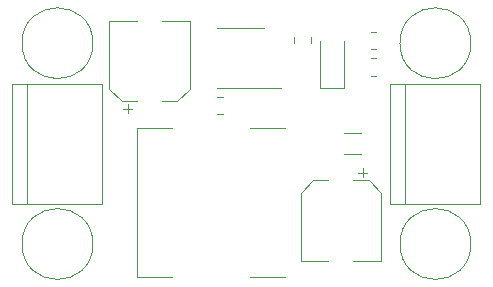
<source format=gto>
%TF.GenerationSoftware,KiCad,Pcbnew,(6.0.7)*%
%TF.CreationDate,2022-10-09T14:23:20+03:00*%
%TF.ProjectId,mc34063-step-down,6d633334-3036-4332-9d73-7465702d646f,rev?*%
%TF.SameCoordinates,Original*%
%TF.FileFunction,Legend,Top*%
%TF.FilePolarity,Positive*%
%FSLAX46Y46*%
G04 Gerber Fmt 4.6, Leading zero omitted, Abs format (unit mm)*
G04 Created by KiCad (PCBNEW (6.0.7)) date 2022-10-09 14:23:20*
%MOMM*%
%LPD*%
G01*
G04 APERTURE LIST*
%ADD10C,0.120000*%
G04 APERTURE END LIST*
D10*
%TO.C,J5*%
X110500000Y-66000000D02*
G75*
G03*
X110500000Y-66000000I-3000000J0D01*
G01*
%TO.C,J6*%
X78500000Y-66000000D02*
G75*
G03*
X78500000Y-66000000I-3000000J0D01*
G01*
%TO.C,J3*%
X78500000Y-49000000D02*
G75*
G03*
X78500000Y-49000000I-3000000J0D01*
G01*
%TO.C,J4*%
X110500000Y-49000000D02*
G75*
G03*
X110500000Y-49000000I-3000000J0D01*
G01*
%TO.C,D1*%
X97750000Y-52750000D02*
X97750000Y-48850000D01*
X97750000Y-52750000D02*
X99750000Y-52750000D01*
X99750000Y-52750000D02*
X99750000Y-48850000D01*
%TO.C,RSC1*%
X89022936Y-53515000D02*
X89477064Y-53515000D01*
X89022936Y-54985000D02*
X89477064Y-54985000D01*
%TO.C,Ci1*%
X85645563Y-53910000D02*
X84360000Y-53910000D01*
X79890000Y-52845563D02*
X79890000Y-47090000D01*
X80954437Y-53910000D02*
X79890000Y-52845563D01*
X79890000Y-47090000D02*
X82240000Y-47090000D01*
X86710000Y-52845563D02*
X86710000Y-47090000D01*
X86710000Y-47090000D02*
X84360000Y-47090000D01*
X81452500Y-54937500D02*
X81452500Y-54150000D01*
X81058750Y-54543750D02*
X81846250Y-54543750D01*
X80954437Y-53910000D02*
X82240000Y-53910000D01*
X85645563Y-53910000D02*
X86710000Y-52845563D01*
%TO.C,U2*%
X85200000Y-68800000D02*
X82200000Y-68800000D01*
X82200000Y-68800000D02*
X82200000Y-56200000D01*
X91800000Y-56200000D02*
X94800000Y-56200000D01*
X82200000Y-56200000D02*
X85200000Y-56200000D01*
X94800000Y-68800000D02*
X91800000Y-68800000D01*
%TO.C,J1*%
X79310000Y-62580000D02*
X79310000Y-52420000D01*
X71690000Y-52420000D02*
X71690000Y-62580000D01*
X71690000Y-62580000D02*
X79310000Y-62580000D01*
X72960000Y-62580000D02*
X72960000Y-52420000D01*
X79310000Y-52420000D02*
X71690000Y-52420000D01*
%TO.C,Co1*%
X97154437Y-60590000D02*
X96090000Y-61654437D01*
X101845563Y-60590000D02*
X100560000Y-60590000D01*
X101845563Y-60590000D02*
X102910000Y-61654437D01*
X96090000Y-67410000D02*
X98440000Y-67410000D01*
X101347500Y-59562500D02*
X101347500Y-60350000D01*
X102910000Y-61654437D02*
X102910000Y-67410000D01*
X101741250Y-59956250D02*
X100953750Y-59956250D01*
X97154437Y-60590000D02*
X98440000Y-60590000D01*
X102910000Y-67410000D02*
X100560000Y-67410000D01*
X96090000Y-61654437D02*
X96090000Y-67410000D01*
%TO.C,Ct1*%
X96985000Y-49011252D02*
X96985000Y-48488748D01*
X95515000Y-49011252D02*
X95515000Y-48488748D01*
%TO.C,Co2*%
X99788748Y-56590000D02*
X101211252Y-56590000D01*
X99788748Y-58410000D02*
X101211252Y-58410000D01*
%TO.C,R1*%
X102022936Y-50265000D02*
X102477064Y-50265000D01*
X102022936Y-51735000D02*
X102477064Y-51735000D01*
%TO.C,U1*%
X91000000Y-47690000D02*
X89050000Y-47690000D01*
X91000000Y-47690000D02*
X92950000Y-47690000D01*
X91000000Y-52810000D02*
X94450000Y-52810000D01*
X91000000Y-52810000D02*
X89050000Y-52810000D01*
%TO.C,R2*%
X102477064Y-48015000D02*
X102022936Y-48015000D01*
X102477064Y-49485000D02*
X102022936Y-49485000D01*
%TO.C,J2*%
X111310000Y-62580000D02*
X111310000Y-52420000D01*
X103690000Y-52420000D02*
X103690000Y-62580000D01*
X103690000Y-62580000D02*
X111310000Y-62580000D01*
X104960000Y-62580000D02*
X104960000Y-52420000D01*
X111310000Y-52420000D02*
X103690000Y-52420000D01*
%TD*%
M02*

</source>
